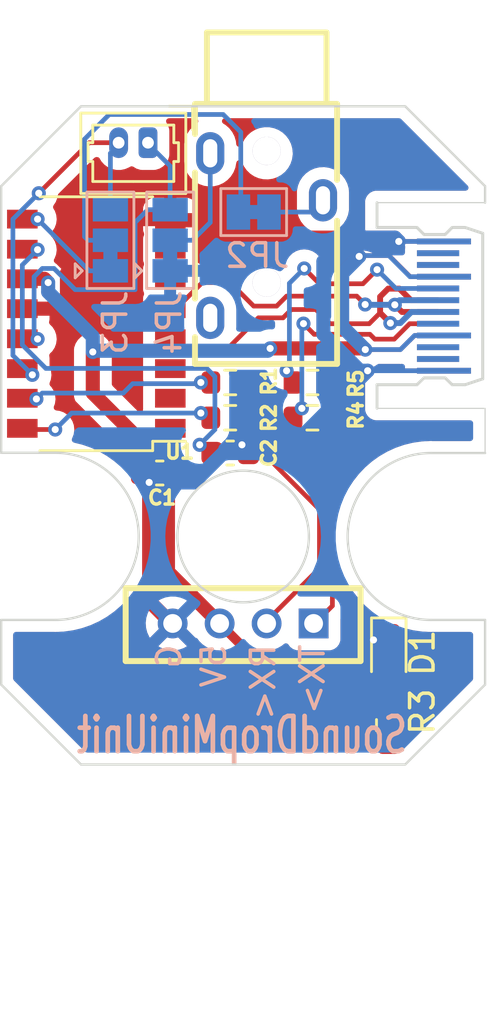
<source format=kicad_pcb>
(kicad_pcb (version 20211014) (generator pcbnew)
  (layers (0 "F.Cu" signal) (31 "B.Cu" signal) (34 "B.Paste" user) (35 "F.Paste" user) (36 "B.SilkS" user "B.Silkscreen") (37 "F.SilkS" user "F.Silkscreen") (38 "B.Mask" user) (39 "F.Mask" user) (44 "Edge.Cuts" user))
  (net 0 "")
  (net 1 "+5V")
  (net 2 "GND")
  (net 3 "Net-(C2-Pad1)")
  (net 4 "Net-(CN1-Pad1)")
  (net 5 "Net-(CN1-Pad2)")
  (net 6 "Net-(CN2-Pad3)")
  (net 8 "Net-(CN2-Pad2)")
  (net 9 "Net-(D1-Pad2)")
  (net 10 "/SPK-")
  (net 11 "/SPK+")
  (net 12 "/DAC")
  (net 13 "Net-(JP2-Pad1)")
  (net 14 "/TX")
  (net 15 "/RX")
  (net 19 "/USBDM")
  (net 20 "/USBDP")
  (net 23 "Net-(CN3-PadA5)")
  (net 24 "Net-(CN3-PadB5)")
  (footprint "akita:CON_GROVE_H" (layer "F.Cu") (at 10.3 22 180)
    (fp_text reference "CN1" hide)
    (fp_text value "CON_GROVE")
    (fp_line (start -5 -1.6) (end 5 -1.6) (layer "F.SilkS") (width 0.254))
    (fp_line (start -5 1.5) (end 5 1.5) (layer "F.SilkS") (width 0.254))
    (fp_line (start -5 -1.6) (end -5 1.5) (layer "F.SilkS") (width 0.254))
    (fp_line (start -5 -1) (end -5 1) (layer "F.SilkS") (width 0.127))
    (fp_line (start 5 1.5) (end 5 -1.6) (layer "F.SilkS") (width 0.254))
    (pad "1" thru_hole rect (at -3 0 180) (size 1.27 1.27) (drill 0.8) (layers *.Cu *.Mask) (net 4 "Net-(CN1-Pad1)"))
    (pad "2" thru_hole circle (at -1 0 180) (size 1.27 1.27) (drill 0.8) (layers *.Cu *.Mask) (net 5 "Net-(CN1-Pad2)"))
    (pad "3" thru_hole circle (at 1 0 180) (size 1.27 1.27) (drill 0.8) (layers *.Cu *.Mask) (net 1 "+5V"))
    (pad "4" thru_hole circle (at 3 0 180) (size 1.27 1.27) (drill 0.8) (layers *.Cu *.Mask) (net 2 "GND"))
  )
  (footprint "Resistor_SMD:R_0603_1608Metric" (layer "F.Cu") (at 13.25 13.25 180)
    (fp_text reference "R4" (at -1.85 0.1 270) (layer "F.SilkS") (effects (font (size 0.6 0.6))))
    (fp_text value "5.1k")
    (fp_line (start -0.237258 0.5225) (end 0.237258 0.5225) (layer "F.SilkS") (width 0.12))
    (fp_line (start -0.237258 -0.5225) (end 0.237258 -0.5225) (layer "F.SilkS") (width 0.12))
    (pad "1" smd roundrect locked (at -0.825 0 180) (size 0.8 0.95) (layers "F.Cu" "F.Paste" "F.Mask") (net 2 "GND"))
    (pad "2" smd roundrect locked (at 0.825 0 180) (size 0.8 0.95) (layers "F.Cu" "F.Paste" "F.Mask") (net 23 "Net-(CN3-PadA5)"))
  )
  (footprint "akita:USB-C_PCBPLUG" (layer "F.Cu") (at 18.6 8.5)
    (fp_text reference "CN3" hide)
    (fp_text value "CON_USB-CPCBPLUG" hide)
    (fp_line (start -2.6 3.345) (end -0.9 3.345) (layer "Edge.Cuts") (width 0.127))
    (fp_line (start -2.6 4.345) (end -2.6 3.345) (layer "Edge.Cuts") (width 0.12))
    (fp_line (start 0.6 -3.345) (end 1.15 -3.345) (layer "Edge.Cuts") (width 0.127))
    (fp_line (start -0.9 3.345) (end -0.6 3.055) (layer "Edge.Cuts") (width 0.127))
    (fp_line (start -2.6 -3.345) (end -0.9 -3.345) (layer "Edge.Cuts") (width 0.127))
    (fp_line (start 1.9 -3.095) (end 1.9 3.095) (layer "Edge.Cuts") (width 0.127))
    (fp_line (start -2.6 -3.4) (end -2.6 -4.4) (layer "Edge.Cuts") (width 0.12))
    (fp_line (start -0.6 -3.045) (end 0.3 -3.045) (layer "Edge.Cuts") (width 0.127))
    (fp_line (start 1.15 -3.345) (end 1.9 -3.095) (layer "Edge.Cuts") (width 0.127))
    (fp_line (start 0.6 3.345) (end 1.15 3.345) (layer "Edge.Cuts") (width 0.127))
    (fp_line (start 0.3 3.055) (end 0.6 3.345) (layer "Edge.Cuts") (width 0.127))
    (fp_line (start 0.3 -3.045) (end 0.6 -3.345) (layer "Edge.Cuts") (width 0.127))
    (fp_line (start 1.9 3.095) (end 1.15 3.345) (layer "Edge.Cuts") (width 0.127))
    (fp_line (start -0.6 3.055) (end 0.3 3.055) (layer "Edge.Cuts") (width 0.127))
    (fp_line (start -0.9 -3.345) (end -0.6 -3.045) (layer "Edge.Cuts") (width 0.127))
    (pad "A1" smd rect (at 0.25 2.75) (size 2.3 0.25) (layers "F.Cu" "F.Paste" "F.Mask") (net 2 "GND"))
    (pad "A2" smd rect (at 0 2.25) (size 1.8 0.25) (layers "F.Cu" "F.Paste" "F.Mask"))
    (pad "A3" smd rect (at 0 1.75) (size 1.8 0.25) (layers "F.Cu" "F.Paste" "F.Mask"))
    (pad "A4" smd rect (at 0.25 1.25) (size 2.3 0.25) (layers "F.Cu" "F.Paste" "F.Mask") (net 1 "+5V"))
    (pad "A5" smd rect (at 0 0.75) (size 1.8 0.25) (layers "F.Cu" "F.Paste" "F.Mask") (net 23 "Net-(CN3-PadA5)"))
    (pad "A6" smd rect (at 0 0.25) (size 1.8 0.25) (layers "F.Cu" "F.Paste" "F.Mask") (net 20 "/USBDP"))
    (pad "A7" smd rect (at 0 -0.25) (size 1.8 0.25) (layers "F.Cu" "F.Paste" "F.Mask") (net 19 "/USBDM"))
    (pad "A8" smd rect (at 0 -0.75) (size 1.8 0.25) (layers "F.Cu" "F.Paste" "F.Mask"))
    (pad "A9" smd rect (at 0.25 -1.25) (size 2.3 0.25) (layers "F.Cu" "F.Paste" "F.Mask") (net 1 "+5V"))
    (pad "A10" smd rect (at 0 -1.75) (size 1.8 0.25) (layers "F.Cu" "F.Paste" "F.Mask"))
    (pad "A11" smd rect (at 0 -2.25) (size 1.8 0.25) (layers "F.Cu" "F.Paste" "F.Mask"))
    (pad "A12" smd rect (at 0.25 -2.75) (size 2.3 0.25) (layers "F.Cu" "F.Paste" "F.Mask") (net 2 "GND"))
    (pad "B1" smd rect (at 0.25 -2.75) (size 2.3 0.25) (layers "B.Cu" "B.Paste" "B.Mask") (net 2 "GND"))
    (pad "B2" smd rect (at 0 -2.25) (size 1.8 0.25) (layers "B.Cu" "B.Paste" "B.Mask"))
    (pad "B3" smd rect (at 0 -1.75) (size 1.8 0.25) (layers "B.Cu" "B.Paste" "B.Mask"))
    (pad "B4" smd rect (at 0.25 -1.25) (size 2.3 0.25) (layers "B.Cu" "B.Paste" "B.Mask") (net 1 "+5V"))
    (pad "B5" smd rect (at 0 -0.75) (size 1.8 0.25) (layers "B.Cu" "B.Paste" "B.Mask") (net 24 "Net-(CN3-PadB5)"))
    (pad "B6" smd rect (at 0 -0.25) (size 1.8 0.25) (layers "B.Cu" "B.Paste" "B.Mask") (net 20 "/USBDP"))
    (pad "B7" smd rect (at 0 0.25) (size 1.8 0.25) (layers "B.Cu" "B.Paste" "B.Mask") (net 19 "/USBDM"))
    (pad "B8" smd rect (at 0 0.75) (size 1.8 0.25) (layers "B.Cu" "B.Paste" "B.Mask"))
    (pad "B9" smd rect (at 0.25 1.25) (size 2.3 0.25) (layers "B.Cu" "B.Paste" "B.Mask") (net 1 "+5V"))
    (pad "B10" smd rect (at 0 1.75) (size 1.8 0.25) (layers "B.Cu" "B.Paste" "B.Mask"))
    (pad "B11" smd rect (at 0 2.25) (size 1.8 0.25) (layers "B.Cu" "B.Paste" "B.Mask"))
    (pad "B12" smd rect (at 0.25 2.75) (size 2.3 0.25) (layers "B.Cu" "B.Paste" "B.Mask") (net 2 "GND"))
  )
  (footprint "Resistor_SMD:R_0603_1608Metric" (layer "F.Cu") (at 13.25 11.75 180)
    (fp_text reference "R5" (at -1.85 -0.05 90) (layer "F.SilkS") (effects (font (size 0.6 0.6))))
    (fp_text value "5.1k")
    (fp_line (start -0.237258 0.5225) (end 0.237258 0.5225) (layer "F.SilkS") (width 0.12))
    (fp_line (start -0.237258 -0.5225) (end 0.237258 -0.5225) (layer "F.SilkS") (width 0.12))
    (pad "1" smd roundrect locked (at -0.825 0 180) (size 0.8 0.95) (layers "F.Cu" "F.Paste" "F.Mask") (net 2 "GND"))
    (pad "2" smd roundrect locked (at 0.825 0 180) (size 0.8 0.95) (layers "F.Cu" "F.Paste" "F.Mask") (net 24 "Net-(CN3-PadB5)"))
  )
  (footprint "Connector_Molex:Molex_PicoBlade_53047-0210_1x02_P1.25mm_Vertical" (layer "F.Cu") (at 6.25 1.55 180)
    (fp_text reference "J2" hide)
    (fp_text value "Conn_01x02")
    (fp_line (start 2.35 -1.65) (end 0.625 -1.65) (layer "F.SilkS") (width 0.12))
    (fp_line (start 2.35 0) (end 2.55 0) (layer "F.SilkS") (width 0.12))
    (fp_line (start 2.35 0.75) (end 2.35 0) (layer "F.SilkS") (width 0.12))
    (fp_line (start 2.86 1.26) (end 2.86 -2.16) (layer "F.SilkS") (width 0.12))
    (fp_line (start -1.1 0) (end -1.3 0) (layer "F.SilkS") (width 0.12))
    (fp_line (start -1.1 -0.8) (end -1.1 -1.65) (layer "F.SilkS") (width 0.12))
    (fp_line (start -1.9 1.55) (end -0.9 1.55) (layer "F.SilkS") (width 0.12))
    (fp_line (start 0.625 0.75) (end -1.1 0.75) (layer "F.SilkS") (width 0.12))
    (fp_line (start -1.61 1.26) (end 2.86 1.26) (layer "F.SilkS") (width 0.12))
    (fp_line (start -1.3 -0.8) (end -1.1 -0.8) (layer "F.SilkS") (width 0.12))
    (fp_line (start -1.1 -1.65) (end 0.625 -1.65) (layer "F.SilkS") (width 0.12))
    (fp_line (start 2.86 -2.16) (end -1.61 -2.16) (layer "F.SilkS") (width 0.12))
    (fp_line (start 2.55 -0.8) (end 2.35 -0.8) (layer "F.SilkS") (width 0.12))
    (fp_line (start 0.625 0.75) (end 2.35 0.75) (layer "F.SilkS") (width 0.12))
    (fp_line (start -1.61 -2.16) (end -1.61 1.26) (layer "F.SilkS") (width 0.12))
    (fp_line (start -1.9 1.55) (end -1.9 0.55) (layer "F.SilkS") (width 0.12))
    (fp_line (start 2.35 -0.8) (end 2.35 -1.65) (layer "F.SilkS") (width 0.12))
    (fp_line (start -1.1 0.75) (end -1.1 0) (layer "F.SilkS") (width 0.12))
    (fp_line (start 2.55 0) (end 2.55 -0.8) (layer "F.SilkS") (width 0.12))
    (fp_line (start -1.3 0) (end -1.3 -0.8) (layer "F.SilkS") (width 0.12))
    (pad "1" thru_hole roundrect locked (at 0 0 180) (size 0.8 1.3) (drill 0.5) (layers *.Cu *.Mask) (net 10 "/SPK-"))
    (pad "2" thru_hole oval locked (at 1.25 0 180) (size 0.8 1.3) (drill 0.5) (layers *.Cu *.Mask) (net 11 "/SPK+"))
  )
  (footprint "Resistor_SMD:R_0603_1608Metric" (layer "F.Cu") (at 9.75 13.25 180)
    (fp_text reference "R2" (at -1.65 0 90) (layer "F.SilkS") (effects (font (size 0.6 0.6))))
    (fp_text value "1k")
    (fp_line (start -0.237258 0.5225) (end 0.237258 0.5225) (layer "F.SilkS") (width 0.12))
    (fp_line (start -0.237258 -0.5225) (end 0.237258 -0.5225) (layer "F.SilkS") (width 0.12))
    (pad "1" smd roundrect locked (at -0.825 0 180) (size 0.8 0.95) (layers "F.Cu" "F.Paste" "F.Mask") (net 5 "Net-(CN1-Pad2)"))
    (pad "2" smd roundrect locked (at 0.825 0 180) (size 0.8 0.95) (layers "F.Cu" "F.Paste" "F.Mask") (net 15 "/RX"))
  )
  (footprint "LED_SMD:LED_0603_1608Metric" (layer "F.Cu") (at 16.5 23.25 -90)
    (fp_text reference "D1" (at 0 -1.43 90) (layer "F.SilkS"))
    (fp_text value "LED")
    (fp_line (start 0.8 -0.735) (end -1.485 -0.735) (layer "F.SilkS") (width 0.12))
    (fp_line (start -1.485 0.735) (end 0.8 0.735) (layer "F.SilkS") (width 0.12))
    (fp_line (start -1.485 -0.735) (end -1.485 0.735) (layer "F.SilkS") (width 0.12))
    (pad "1" smd roundrect locked (at -0.7875 0 270) (size 0.875 0.95) (layers "F.Cu" "F.Paste" "F.Mask") (net 2 "GND"))
    (pad "2" smd roundrect locked (at 0.7875 0 270) (size 0.875 0.95) (layers "F.Cu" "F.Paste" "F.Mask") (net 9 "Net-(D1-Pad2)"))
  )
  (footprint "libLCSC:AUDIO-TH_PJ-3200" (layer "F.Cu") (at 11.3 5.5 -90)
    (fp_text reference "CN2" hide)
    (fp_text value "PJ-3200")
    (fp_line (start -5.6 -3) (end -2.37 -3) (layer "F.SilkS") (width 0.25))
    (fp_line (start -5.6 -2.55) (end -8.64 -2.55) (layer "F.SilkS") (width 0.25))
    (fp_line (start -8.64 2.54) (end -5.6 2.54) (layer "F.SilkS") (width 0.25))
    (fp_line (start 5.46 -3) (end 5.46 3.05) (layer "F.SilkS") (width 0.25))
    (fp_line (start -0.63 -3) (end 5.46 -3) (layer "F.SilkS") (width 0.25))
    (fp_line (start 2.68 3.05) (end -2.68 3.05) (layer "F.SilkS") (width 0.25))
    (fp_line (start -5.6 -3) (end -5.6 3) (layer "F.SilkS") (width 0.25))
    (fp_line (start -4.32 3.05) (end -5.6 3.05) (layer "F.SilkS") (width 0.25))
    (fp_line (start 5.46 3.05) (end 4.32 3.05) (layer "F.SilkS") (width 0.25))
    (fp_line (start -8.64 -2.55) (end -8.64 2.54) (layer "F.SilkS") (width 0.25))
    (pad "" thru_hole circle (at 2 0 270) (size 1.2 1.2) (drill 1.2) (layers *.Cu *.Mask))
    (pad "" thru_hole circle (at -3.6 0 270) (size 1.2 1.2) (drill 1.2) (layers *.Cu *.Mask))
    (pad "2" thru_hole oval (at -1.5 -2.4 270) (size 1.8 1.2) (drill oval 1.199998 0.599999) (layers *.Cu *.Mask) (net 8 "Net-(CN2-Pad2)"))
    (pad "3" thru_hole oval (at -3.5 2.4 270) (size 1.8 1.2) (drill oval 1.199998 0.599999) (layers *.Cu *.Mask) (net 6 "Net-(CN2-Pad3)"))
    (pad "4" thru_hole oval (at 3.5 2.4 270) (size 1.8 1.2) (drill oval 1.199998 0.599999) (layers *.Cu *.Mask))
  )
  (footprint "Capacitor_SMD:C_0603_1608Metric" (layer "F.Cu") (at 6.75 15.6 180)
    (fp_text reference "C1" (at -0.1 -1.05) (layer "F.SilkS") (effects (font (size 0.6 0.6))))
    (fp_text value "0.1u")
    (fp_line (start -0.14058 0.51) (end 0.14058 0.51) (layer "F.SilkS") (width 0.12))
    (fp_line (start -0.14058 -0.51) (end 0.14058 -0.51) (layer "F.SilkS") (width 0.12))
    (pad "1" smd roundrect locked (at -0.775 0 180) (size 0.9 0.95) (layers "F.Cu" "F.Paste" "F.Mask") (net 1 "+5V"))
    (pad "2" smd roundrect locked (at 0.775 0 180) (size 0.9 0.95) (layers "F.Cu" "F.Paste" "F.Mask") (net 2 "GND"))
  )
  (footprint "Capacitor_SMD:C_0603_1608Metric" (layer "F.Cu") (at 9.75 14.75)
    (fp_text reference "C2" (at 1.65 0 90) (layer "F.SilkS") (effects (font (size 0.6 0.6))))
    (fp_text value "0.1u")
    (fp_line (start -0.14058 0.51) (end 0.14058 0.51) (layer "F.SilkS") (width 0.12))
    (fp_line (start -0.14058 -0.51) (end 0.14058 -0.51) (layer "F.SilkS") (width 0.12))
    (pad "1" smd roundrect locked (at -0.775 0) (size 0.9 0.95) (layers "F.Cu" "F.Paste" "F.Mask") (net 3 "Net-(C2-Pad1)"))
    (pad "2" smd roundrect locked (at 0.775 0) (size 0.9 0.95) (layers "F.Cu" "F.Paste" "F.Mask") (net 2 "GND"))
  )
  (footprint "Resistor_SMD:R_0603_1608Metric" (layer "F.Cu") (at 16.5 26.325 -90)
    (fp_text reference "R3" (at -0.575 -1.43 90) (layer "F.SilkS"))
    (fp_text value "1k")
    (fp_line (start -0.237258 -0.5225) (end 0.237258 -0.5225) (layer "F.SilkS") (width 0.12))
    (fp_line (start -0.237258 0.5225) (end 0.237258 0.5225) (layer "F.SilkS") (width 0.12))
    (pad "1" smd roundrect locked (at -0.825 0 270) (size 0.8 0.95) (layers "F.Cu" "F.Paste" "F.Mask") (net 9 "Net-(D1-Pad2)"))
    (pad "2" smd roundrect locked (at 0.825 0 270) (size 0.8 0.95) (layers "F.Cu" "F.Paste" "F.Mask") (net 1 "+5V"))
  )
  (footprint "Resistor_SMD:R_0603_1608Metric" (layer "F.Cu") (at 9.75 11.75 180)
    (fp_text reference "R1" (at -1.65 0.05 90) (layer "F.SilkS") (effects (font (size 0.6 0.6))))
    (fp_text value "1k")
    (fp_line (start -0.237258 -0.5225) (end 0.237258 -0.5225) (layer "F.SilkS") (width 0.12))
    (fp_line (start -0.237258 0.5225) (end 0.237258 0.5225) (layer "F.SilkS") (width 0.12))
    (pad "1" smd roundrect locked (at -0.825 0 180) (size 0.8 0.95) (layers "F.Cu" "F.Paste" "F.Mask") (net 4 "Net-(CN1-Pad1)"))
    (pad "2" smd roundrect locked (at 0.825 0 180) (size 0.8 0.95) (layers "F.Cu" "F.Paste" "F.Mask") (net 14 "/TX"))
  )
  (footprint "Package_SO:SOP-16_4.4x10.4mm_P1.27mm" (layer "F.Cu") (at 4.05 9.25 180)
    (fp_text reference "U1" (at -3.55 -5.45) (layer "F.SilkS") (effects (font (size 0.6 0.6))))
    (fp_text value "CH7800")
    (fp_line (start -2.4 -5) (end -3.8 -5) (layer "F.SilkS") (width 0.12))
    (fp_line (start -2.4 5.4) (end 2.4 5.4) (layer "F.SilkS") (width 0.12))
    (fp_line (start -2.4 -5.4) (end -2.4 -5) (layer "F.SilkS") (width 0.12))
    (fp_line (start -2.4 -5.4) (end 2.4 -5.4) (layer "F.SilkS") (width 0.12))
    (pad "1" smd rect locked (at -3.15 -4.45 180) (size 1.3 0.8) (layers "F.Cu" "F.Paste" "F.Mask"))
    (pad "2" smd rect locked (at -3.15 -3.17 180) (size 1.3 0.8) (layers "F.Cu" "F.Paste" "F.Mask"))
    (pad "3" smd rect locked (at -3.15 -1.91 180) (size 1.3 0.8) (layers "F.Cu" "F.Paste" "F.Mask"))
    (pad "4" smd rect locked (at -3.15 -0.64 180) (size 1.3 0.8) (layers "F.Cu" "F.Paste" "F.Mask") (net 19 "/USBDM"))
    (pad "5" smd rect locked (at -3.15 0.64 180) (size 1.3 0.8) (layers "F.Cu" "F.Paste" "F.Mask") (net 20 "/USBDP"))
    (pad "6" smd rect locked (at -3.15 1.91 180) (size 1.3 0.8) (layers "F.Cu" "F.Paste" "F.Mask"))
    (pad "7" smd rect locked (at -3.15 3.17 180) (size 1.3 0.8) (layers "F.Cu" "F.Paste" "F.Mask"))
    (pad "8" smd rect locked (at -3.15 4.45 180) (size 1.3 0.8) (layers "F.Cu" "F.Paste" "F.Mask") (net 2 "GND"))
    (pad "9" smd rect locked (at 3.15 4.45 180) (size 1.3 0.8) (layers "F.Cu" "F.Paste" "F.Mask") (net 12 "/DAC"))
    (pad "10" smd rect locked (at 3.15 3.17 180) (size 1.3 0.8) (layers "F.Cu" "F.Paste" "F.Mask") (net 3 "Net-(C2-Pad1)"))
    (pad "11" smd rect locked (at 3.15 1.91 180) (size 1.3 0.8) (layers "F.Cu" "F.Paste" "F.Mask") (net 1 "+5V"))
    (pad "12" smd rect locked (at 3.15 0.64 180) (size 1.3 0.8) (layers "F.Cu" "F.Paste" "F.Mask") (net 2 "GND"))
    (pad "13" smd rect locked (at 3.15 -0.64 180) (size 1.3 0.8) (layers "F.Cu" "F.Paste" "F.Mask") (net 10 "/SPK-"))
    (pad "14" smd rect locked (at 3.15 -1.91 180) (size 1.3 0.8) (layers "F.Cu" "F.Paste" "F.Mask") (net 11 "/SPK+"))
    (pad "15" smd rect locked (at 3.15 -3.17 180) (size 1.3 0.8) (layers "F.Cu" "F.Paste" "F.Mask") (net 14 "/TX"))
    (pad "16" smd rect locked (at 3.15 -4.45 180) (size 1.3 0.8) (layers "F.Cu" "F.Paste" "F.Mask") (net 15 "/RX"))
  )
  (footprint "Jumper:SolderJumper-3_P1.3mm_Bridged12_Pad1.0x1.5mm" (layer "B.Cu") (at 4.65 5.7 90)
    (fp_text reference "JP3" (at -3.5 0.2 270) (layer "B.SilkS") (effects (justify mirror)))
    (fp_text value "SolderJumper_3_Bridged12")
    (fp_poly (pts (xy -0.9 0.3) (xy -0.4 0.3) (xy -0.4 -0.3) (xy -0.9 -0.3)) (layer "B.Cu") (width 0) (fill solid))
    (fp_line (start -2.05 -1) (end -2.05 1) (layer "B.SilkS") (width 0.12))
    (fp_line (start -2.05 1) (end 2.05 1) (layer "B.SilkS") (width 0.12))
    (fp_line (start -1.6 -1.5) (end -1 -1.5) (layer "B.SilkS") (width 0.12))
    (fp_line (start 2.05 -1) (end -2.05 -1) (layer "B.SilkS") (width 0.12))
    (fp_line (start 2.05 1) (end 2.05 -1) (layer "B.SilkS") (width 0.12))
    (fp_line (start -1.3 -1.2) (end -1 -1.5) (layer "B.SilkS") (width 0.12))
    (fp_line (start -1.3 -1.2) (end -1.6 -1.5) (layer "B.SilkS") (width 0.12))
    (pad "1" smd rect locked (at -1.3 0 90) (size 1 1.5) (layers "B.Cu" "B.Mask") (net 12 "/DAC"))
    (pad "2" smd rect locked (at 0 0 90) (size 1 1.5) (layers "B.Cu" "B.Mask") (net 13 "Net-(JP2-Pad1)"))
    (pad "3" smd rect locked (at 1.3 0 90) (size 1 1.5) (layers "B.Cu" "B.Mask") (net 11 "/SPK+"))
  )
  (footprint "Jumper:SolderJumper-2_P1.3mm_Bridged_Pad1.0x1.5mm" (layer "B.Cu") (at 10.75 4.5)
    (fp_text reference "JP2" (at 0.15 1.85) (layer "B.SilkS") (effects (justify mirror)))
    (fp_text value "Jumper_2_Bridged")
    (fp_poly (pts (xy -0.25 0.3) (xy 0.25 0.3) (xy 0.25 -0.3) (xy -0.25 -0.3)) (layer "B.Cu") (width 0) (fill solid))
    (fp_line (start -1.4 -1) (end -1.4 1) (layer "B.SilkS") (width 0.12))
    (fp_line (start 1.4 1) (end 1.4 -1) (layer "B.SilkS") (width 0.12))
    (fp_line (start -1.4 1) (end 1.4 1) (layer "B.SilkS") (width 0.12))
    (fp_line (start 1.4 -1) (end -1.4 -1) (layer "B.SilkS") (width 0.12))
    (pad "1" smd rect locked (at -0.65 0) (size 1 1.5) (layers "B.Cu" "B.Mask") (net 13 "Net-(JP2-Pad1)"))
    (pad "2" smd rect locked (at 0.65 0) (size 1 1.5) (layers "B.Cu" "B.Mask") (net 8 "Net-(CN2-Pad2)"))
  )
  (footprint "Jumper:SolderJumper-3_P1.3mm_Bridged12_Pad1.0x1.5mm" (layer "B.Cu") (at 7.1925 5.7 90)
    (fp_text reference "JP4" (at -3.5 -0.0425 270) (layer "B.SilkS") (effects (justify mirror)))
    (fp_text value "SolderJumper_3_Bridged12")
    (fp_poly (pts (xy -0.9 0.3) (xy -0.4 0.3) (xy -0.4 -0.3) (xy -0.9 -0.3)) (layer "B.Cu") (width 0) (fill solid))
    (fp_line (start 2.05 -1) (end -2.05 -1) (layer "B.SilkS") (width 0.12))
    (fp_line (start -1.3 -1.2) (end -1 -1.5) (layer "B.SilkS") (width 0.12))
    (fp_line (start -2.05 1) (end 2.05 1) (layer "B.SilkS") (width 0.12))
    (fp_line (start -1.3 -1.2) (end -1.6 -1.5) (layer "B.SilkS") (width 0.12))
    (fp_line (start 2.05 1) (end 2.05 -1) (layer "B.SilkS") (width 0.12))
    (fp_line (start -1.6 -1.5) (end -1 -1.5) (layer "B.SilkS") (width 0.12))
    (fp_line (start -2.05 -1) (end -2.05 1) (layer "B.SilkS") (width 0.12))
    (pad "1" smd rect locked (at -1.3 0 90) (size 1 1.5) (layers "B.Cu" "B.Mask") (net 2 "GND"))
    (pad "2" smd rect locked (at 0 0 90) (size 1 1.5) (layers "B.Cu" "B.Mask") (net 6 "Net-(CN2-Pad3)"))
    (pad "3" smd rect locked (at 1.3 0 90) (size 1 1.5) (layers "B.Cu" "B.Mask") (net 10 "/SPK-"))
  )
  (gr_line (start 0 24.6) (end 0 21.85) (layer "Edge.Cuts") (width 0.1))
  (gr_line (start 0 14.74) (end 2.3 14.74) (layer "Edge.Cuts") (width 0.1))
  (gr_line (start 20.6 21.85) (end 20.6 24.6) (layer "Edge.Cuts") (width 0.1))
  (gr_line (start 3.4 0) (end 17.2 0) (layer "Edge.Cuts") (width 0.1))
  (gr_line (start 0 3.4) (end 3.4 0) (layer "Edge.Cuts") (width 0.1))
  (gr_line (start 16 4.1) (end 20.6 4.1) (layer "Edge.Cuts") (width 0.05))
  (gr_line (start 0 14.74) (end 0 3.4) (layer "Edge.Cuts") (width 0.1))
  (gr_line (start 0 24.6) (end 3.4 28) (layer "Edge.Cuts") (width 0.1))
  (gr_line (start 3.4 28) (end 17.2 28) (layer "Edge.Cuts") (width 0.1))
  (gr_line (start 20.6 3.4) (end 17.2 0) (layer "Edge.Cuts") (width 0.1))
  (gr_arc (start 2.3 14.74) (mid 5.855 18.295) (end 2.3 21.85) (layer "Edge.Cuts") (width 0.1))
  (gr_line (start 0 21.85) (end 2.3 21.85) (layer "Edge.Cuts") (width 0.1))
  (gr_circle (center 10.3 18.3) (end 13.1 18.3) (layer "Edge.Cuts") (width 0.1) (fill none))
  (gr_line (start 18.3 21.85) (end 20.6 21.85) (layer "Edge.Cuts") (width 0.1))
  (gr_line (start 18.3 14.75) (end 20.6 14.75) (layer "Edge.Cuts") (width 0.1))
  (gr_line (start 20.6 4.1) (end 20.6 3.4) (layer "Edge.Cuts") (width 0.1))
  (gr_line (start 17.2 28) (end 20.6 24.6) (layer "Edge.Cuts") (width 0.1))
  (gr_arc (start 18.3 21.85) (mid 14.75 18.3) (end 18.3 14.75) (layer "Edge.Cuts") (width 0.1))
  (gr_line (start 16 12.85) (end 20.6 12.85) (layer "Edge.Cuts") (width 0.05))
  (gr_line (start 20.6 12.85) (end 20.6 14.75) (layer "Edge.Cuts") (width 0.05))
  (gr_text "5V" (at 9.05 22.8 90) (layer "B.SilkS") (effects (font (size 1 1)) (justify left mirror)))
  (gr_text "G" (at 7.15 22.8 90) (layer "B.SilkS") (effects (font (size 1 1)) (justify left mirror)))
  (gr_text "RX<" (at 11.15 22.8 90) (layer "B.SilkS") (effects (font (size 1 1)) (justify left mirror)))
  (gr_text "SoundDropMiniUnit" (at 10.25 26.75) (layer "B.SilkS") (effects (font (size 1.5 1) (thickness 0.2)) (justify mirror)))
  (gr_text "TX>" (at 13.25 22.8 90) (layer "B.SilkS") (effects (font (size 1 1)) (justify left mirror)))
  (segment (start 15.45 10.3) (end 11.45 10.3) (width 0.6) (layer "F.Cu") (net 1))
  (segment (start 3.9 12.2) (end 6.299511 14.599511) (width 0.6) (layer "F.Cu") (net 1))
  (segment (start 9.3 22) (end 7.09952 19.79952) (width 0.6) (layer "F.Cu") (net 1))
  (segment (start 3.9 10.45) (end 3.9 12.2) (width 0.6) (layer "F.Cu") (net 1))
  (segment (start 17.41 7.25) (end 18.85 7.25) (width 0.2) (layer "F.Cu") (net 1))
  (segment (start 7.525 15.5) (end 7.474626 15.5) (width 0.6) (layer "F.Cu") (net 1))
  (segment (start 14.45 27.15) (end 9.3 22) (width 0.4) (layer "F.Cu") (net 1))
  (segment (start 15.5 10.35) (end 15.45 10.3) (width 0.6) (layer "F.Cu") (net 1))
  (segment (start 6.299511 14.599511) (end 6.524511 14.599511) (width 0.6) (layer "F.Cu") (net 1))
  (segment (start 1.84 7.34) (end 0.9 7.34) (width 0.6) (layer "F.Cu") (net 1))
  (segment (start 6.524511 14.599511) (end 7.525 15.6) (width 0.6) (layer "F.Cu") (net 1))
  (segment (start 15.5 10.35) (end 16.997338 10.35) (width 0.2) (layer "F.Cu") (net 1))
  (segment (start 2 7.5) (end 1.84 7.34) (width 0.6) (layer "F.Cu") (net 1))
  (segment (start 17.4 9.95) (end 17.6 9.75) (width 0.2) (layer "F.Cu") (net 1))
  (segment (start 7.09952 19.79952) (end 7.09952 15.90048) (width 0.6) (layer "F.Cu") (net 1))
  (segment (start 17.6 9.75) (end 18.85 9.75) (width 0.2) (layer "F.Cu") (net 1))
  (segment (start 7.09952 15.90048) (end 7.5 15.5) (width 0.6) (layer "F.Cu") (net 1))
  (segment (start 16.51 6.35) (end 17.41 7.25) (width 0.2) (layer "F.Cu") (net 1))
  (segment (start 16.997338 10.35) (end 17.398669 9.948669) (width 0.2) (layer "F.Cu") (net 1))
  (segment (start 15.24 6.3875) (end 15.2775 6.35) (width 0.2) (layer "F.Cu") (net 1))
  (segment (start 17.398669 9.948669) (end 17.4 9.95) (width 0.2) (layer "F.Cu") (net 1))
  (segment (start 15.2775 6.35) (end 16.51 6.35) (width 0.2) (layer "F.Cu") (net 1))
  (segment (start 16.5 27.15) (end 14.45 27.15) (width 0.4) (layer "F.Cu") (net 1))
  (segment (start 7.525 15.55) (end 7.474626 15.55) (width 0.6) (layer "F.Cu") (net 1))
  (segment (start 7.525 15.5) (end 7.5 15.5) (width 0.6) (layer "F.Cu") (net 1))
  (via (at 3.9 10.45) (size 0.6) (drill 0.3) (layers "F.Cu" "B.Cu") (net 1))
  (via (at 15.24 6.3875) (size 0.6) (drill 0.3) (layers "F.Cu" "B.Cu") (net 1))
  (via (at 15.5 10.35) (size 0.6) (drill 0.3) (layers "F.Cu" "B.Cu") (net 1))
  (via (at 11.45 10.3) (size 0.6) (drill 0.3) (layers "F.Cu" "B.Cu") (net 1))
  (via (at 2 7.5) (size 0.6) (drill 0.3) (layers "F.Cu" "B.Cu") (net 1))
  (segment (start 11.35048 10.39952) (end 11.45 10.3) (width 0.6) (layer "B.Cu") (net 1))
  (segment (start 16.997338 10.35) (end 17.597338 9.75) (width 0.2) (layer "B.Cu") (net 1))
  (segment (start 2 7.9) (end 3.9 9.8) (width 0.6) (layer "B.Cu") (net 1))
  (segment (start 15.24 6.3875) (end 14.516 7.1115) (width 0.6) (layer "B.Cu") (net 1))
  (segment (start 17.597338 9.75) (end 18.85 9.75) (width 0.2) (layer "B.Cu") (net 1))
  (segment (start 14.516 9.366) (end 15.5 10.35) (width 0.6) (layer "B.Cu") (net 1))
  (segment (start 15.5 10.35) (end 16.997338 10.35) (width 0.2) (layer "B.Cu") (net 1))
  (segment (start 17.401918 7.25) (end 18.85 7.25) (width 0.2) (layer "B.Cu") (net 1))
  (segment (start 15.2775 6.35) (end 16.501918 6.35) (width 0.2) (layer "B.Cu") (net 1))
  (segment (start 14.516 7.1115) (end 14.516 9.366) (width 0.6) (layer "B.Cu") (net 1))
  (segment (start 3.9 10.45) (end 3.95048 10.39952) (width 0.6) (layer "B.Cu") (net 1))
  (segment (start 2 7.5) (end 2 7.9) (width 0.6) (layer "B.Cu") (net 1))
  (segment (start 16.501918 6.35) (end 17.401918 7.25) (width 0.2) (layer "B.Cu") (net 1))
  (segment (start 3.9 9.8) (end 3.9 10.45) (width 0.6) (layer "B.Cu") (net 1))
  (segment (start 3.95048 10.39952) (end 11.35048 10.39952) (width 0.6) (layer "B.Cu") (net 1))
  (segment (start 15.24 6.3875) (end 15.2775 6.35) (width 0.2) (layer "B.Cu") (net 1))
  (segment (start 16.764 5.588) (end 11.238 5.588) (width 0.6) (layer "F.Cu") (net 2))
  (segment (start 6.05 15.55) (end 5.75 15.55) (width 0.6) (layer "F.Cu") (net 2))
  (segment (start 2.8 8.6) (end 2.8 7.1) (width 0.6) (layer "F.Cu") (net 2))
  (segment (start 14.5 11.25) (end 14.05 11.7) (width 0.2) (layer "F.Cu") (net 2))
  (segment (start 6.3 21.05) (end 7.25 22) (width 0.6) (layer "F.Cu") (net 2))
  (segment (start 14.075 11.625) (end 14.1 11.6) (width 0.2) (layer "F.Cu") (net 2))
  (segment (start 0.9 8.61) (end 2.79 8.61) (width 0.6) (layer "F.Cu") (net 2))
  (segment (start 16.926 5.75) (end 16.764 5.588) (width 0.6) (layer "F.Cu") (net 2))
  (segment (start 6.3 16) (end 6.3 21.05) (width 0.6) (layer "F.Cu") (net 2))
  (segment (start 16.5 22.4625) (end 16.0875 22.4625) (width 0.4) (layer "F.Cu") (net 2))
  (segment (start 2.8 7.1) (end 5.1 4.8) (width 0.6) (layer "F.Cu") (net 2))
  (segment (start 10.525 14.75) (end 10.525 14.675) (width 0.2) (layer "F.Cu") (net 2))
  (segment (start 5.1 4.8) (end 7.1 4.8) (width 0.6) (layer "F.Cu") (net 2))
  (segment (start 10.525 14.675) (end 10.25 14.4) (width 0.2) (layer "F.Cu") (net 2))
  (segment (start 16.926 5.75) (end 18.85 5.75) (width 0.2) (layer "F.Cu") (net 2))
  (segment (start 5.975 15.5) (end 5.975 15.675) (width 0.6) (layer "F.Cu") (net 2))
  (segment (start 16.0875 22.4625) (end 15.85 22.7) (width 0.4) (layer "F.Cu") (net 2))
  (segment (start 2.79 8.61) (end 2.8 8.6) (width 0.6) (layer "F.Cu") (net 2))
  (segment (start 14.075 13.25) (end 14.075 11.625) (width 0.2) (layer "F.Cu") (net 2))
  (segment (start 2.8 12.6) (end 2.8 8.6) (width 0.6) (layer "F.Cu") (net 2))
  (segment (start 5.975 15.675) (end 6.3 16) (width 0.6) (layer "F.Cu") (net 2))
  (segment (start 10.5 4.85) (end 7.1 4.85) (width 0.6) (layer "F.Cu") (net 2))
  (segment (start 15.6 11.25) (end 18.85 11.25) (width 0.2) (layer "F.Cu") (net 2))
  (segment (start 11.238 5.588) (end 10.5 4.85) (width 0.6) (layer "F.Cu") (net 2))
  (segment (start 15.6 11.25) (end 14.5 11.25) (width 0.2) (layer "F.Cu") (net 2))
  (segment (start 5.75 15.55) (end 2.8 12.6) (width 0.6) (layer "F.Cu") (net 2))
  (via (at 10.25 14.4) (size 0.6) (drill 0.3) (layers "F.Cu" "B.Cu") (net 2))
  (via (at 15.85 22.7) (size 0.6) (drill 0.3) (layers "F.Cu" "B.Cu") (net 2))
  (via (at 16.926 5.75) (size 0.6) (drill 0.3) (layers "F.Cu" "B.Cu") (net 2))
  (via (at 15.6 11.25) (size 0.6) (drill 0.3) (layers "F.Cu" "B.Cu") (net 2))
  (via (at 6.3 16) (size 0.6) (drill 0.3) (layers "F.Cu" "B.Cu") (net 2))
  (segment (start 8.202469 16) (end 6.3 16) (width 0.6) (layer "B.Cu") (net 2))
  (segment (start 9.452469 14.75) (end 8.202469 16) (width 0.6) (layer "B.Cu") (net 2))
  (segment (start 16.764 5.588) (end 14.732 5.588) (width 0.6) (layer "B.Cu") (net 2))
  (segment (start 12.1 14.75) (end 9.452469 14.75) (width 0.6) (layer "B.Cu") (net 2))
  (segment (start 15.85 22.7) (end 14.6 23.95) (width 0.4) (layer "B.Cu") (net 2))
  (segment (start 13.716 9.696692) (end 15.269308 11.25) (width 0.6) (layer "B.Cu") (net 2))
  (segment (start 16.926 5.75) (end 16.764 5.588) (width 0.6) (layer "B.Cu") (net 2))
  (segment (start 14.732 5.588) (end 13.716 6.604) (width 0.6) (layer "B.Cu") (net 2))
  (segment (start 13.716 6.604) (end 13.716 9.696692) (width 0.6) (layer "B.Cu") (net 2))
  (segment (start 14.25 23.75) (end 8.9 23.75) (width 0.4) (layer "B.Cu") (net 2))
  (segment (start 15.6 11.25) (end 12.1 14.75) (width 0.6) (layer "B.Cu") (net 2))
  (segment (start 15.6 11.25) (end 15.60048 11.24952) (width 0.6) (layer "B.Cu") (net 2))
  (segment (start 16.926 5.75) (end 18.85 5.75) (width 0.2) (layer "B.Cu") (net 2))
  (segment (start 15.6 11.25) (end 18.85 11.25) (width 0.2) (layer "B.Cu") (net 2))
  (segment (start 15.269308 11.25) (end 15.6 11.25) (width 0.6) (layer "B.Cu") (net 2))
  (segment (start 9.25 23.95) (end 7.3 22) (width 0.4) (layer "B.Cu") (net 2))
  (segment (start 8.8 14.75) (end 8.975 14.75) (width 0.2) (layer "F.Cu") (net 3))
  (segment (start 8.45 14.4) (end 8.8 14.75) (width 0.2) (layer "F.Cu") (net 3))
  (via (at 8.45 14.4) (size 0.6) (drill 0.3) (layers "F.Cu" "B.Cu") (net 3))
  (via (at 1.55 6.1) (size 0.6) (drill 0.3) (layers "F.Cu" "B.Cu") (net 3))
  (segment (start 9.099511 11.499511) (end 9.099511 13.750489) (width 0.2) (layer "B.Cu") (net 3))
  (segment (start 1.900489 11.150489) (end 8.750489 11.150489) (width 0.2) (layer "B.Cu") (net 3))
  (segment (start 0.9 6.75) (end 0.9 10.15) (width 0.2) (layer "B.Cu") (net 3))
  (segment (start 1.55 6.1) (end 0.9 6.75) (width 0.2) (layer "B.Cu") (net 3))
  (segment (start 0.9 10.15) (end 1.900489 11.150489) (width 0.2) (layer "B.Cu") (net 3))
  (segment (start 8.750489 11.150489) (end 9.099511 11.499511) (width 0.2) (layer "B.Cu") (net 3))
  (segment (start 9.099511 13.750489) (end 8.45 14.4) (width 0.2) (layer "B.Cu") (net 3))
  (segment (start 11.65 12.6) (end 11.65 13.759994) (width 0.2) (layer "F.Cu") (net 4))
  (segment (start 13.3 22) (end 13.75 21.55) (width 0.2) (layer "F.Cu") (net 4))
  (segment (start 14.1 16.209994) (end 14.1 21.25) (width 0.2) (layer "F.Cu") (net 4))
  (segment (start 10.575 11.75) (end 10.8 11.75) (width 0.2) (layer "F.Cu") (net 4))
  (segment (start 11.65 13.759994) (end 14.1 16.209994) (width 0.2) (layer "F.Cu") (net 4))
  (segment (start 10.8 11.75) (end 11.65 12.6) (width 0.2) (layer "F.Cu") (net 4))
  (segment (start 14.1 21.25) (end 13.25 22.1) (width 0.2) (layer "F.Cu") (net 4))
  (segment (start 11.4 14.075) (end 11.4 15) (width 0.2) (layer "F.Cu") (net 5))
  (segment (start 13.55 17.15) (end 13.55 19.65) (width 0.2) (layer "F.Cu") (net 5))
  (segment (start 13.55 19.65) (end 11.25 21.95) (width 0.2) (layer "F.Cu") (net 5))
  (segment (start 11.4 15) (end 13.55 17.15) (width 0.2) (layer "F.Cu") (net 5))
  (segment (start 10.575 13.25) (end 11.4 14.075) (width 0.2) (layer "F.Cu") (net 5))
  (segment (start 8.9 4.9425) (end 8.9 1.85) (width 0.2) (layer "B.Cu") (net 6))
  (segment (start 7.1925 5.7) (end 8.1425 5.7) (width 0.2) (layer "B.Cu") (net 6))
  (segment (start 8.1425 5.7) (end 8.9 4.9425) (width 0.2) (layer "B.Cu") (net 6))
  (segment (start 13.15 4.5) (end 13.7 3.95) (width 0.2) (layer "B.Cu") (net 8))
  (segment (start 11.4 4.5) (end 13.15 4.5) (width 0.2) (layer "B.Cu") (net 8))
  (segment (start 16.5 24.0375) (end 16.5 25.35) (width 0.4) (layer "F.Cu") (net 9))
  (via (at 1.55 9.9) (size 0.6) (drill 0.3) (layers "F.Cu" "B.Cu") (net 10))
  (segment (start 1.40048 7.251671) (end 1.40048 9.75048) (width 0.2) (layer "B.Cu") (net 10))
  (segment (start 1.752151 6.9) (end 1.40048 7.251671) (width 0.2) (layer "B.Cu") (net 10))
  (segment (start 7.1925 4.4) (end 6.2425 4.4) (width 0.2) (layer "B.Cu") (net 10))
  (segment (start 7.1925 4.4) (end 7.1925 2.5425) (width 0.2) (layer "B.Cu") (net 10))
  (segment (start 5.699511 4.942989) (end 5.699511 7.799511) (width 0.2) (layer "B.Cu") (net 10))
  (segment (start 5.699022 7.8) (end 3.15 7.8) (width 0.2) (layer "B.Cu") (net 10))
  (segment (start 1.40048 9.75048) (end 1.55 9.9) (width 0.2) (layer "B.Cu") (net 10))
  (segment (start 2.25 6.9) (end 1.752151 6.9) (width 0.2) (layer "B.Cu") (net 10))
  (segment (start 6.2425 4.4) (end 5.699511 4.942989) (width 0.2) (layer "B.Cu") (net 10))
  (segment (start 3.15 7.8) (end 2.25 6.9) (width 0.2) (layer "B.Cu") (net 10))
  (segment (start 7.1925 2.5425) (end 6.25 1.6) (width 0.2) (layer "B.Cu") (net 10))
  (segment (start 5.699511 7.799511) (end 5.699022 7.8) (width 0.2) (layer "B.Cu") (net 10))
  (segment (start 3.75 1.55) (end 1.6 3.7) (width 0.2) (layer "F.Cu") (net 11))
  (segment (start 0.9 11.16) (end 1.062178 11.16) (width 0.2) (layer "F.Cu") (net 11))
  (segment (start 5 1.55) (end 3.75 1.55) (width 0.2) (layer "F.Cu") (net 11))
  (segment (start 1.062178 11.16) (end 1.326089 11.423911) (width 0.2) (layer "F.Cu") (net 11))
  (via (at 1.6 3.7) (size 0.6) (drill 0.3) (layers "F.Cu" "B.Cu") (net 11))
  (via (at 1.326089 11.423911) (size 0.6) (drill 0.3) (layers "F.Cu" "B.Cu") (net 11))
  (segment (start 0.5 10.597822) (end 0.5 4.8) (width 0.2) (layer "B.Cu") (net 11))
  (segment (start 4.65 4.4) (end 4.65 2) (width 0.2) (layer "B.Cu") (net 11))
  (segment (start 1.326089 11.423911) (end 0.5 10.597822) (width 0.2) (layer "B.Cu") (net 11))
  (segment (start 0.5 4.8) (end 1.6 3.7) (width 0.2) (layer "B.Cu") (net 11))
  (segment (start 4.65 2) (end 5 1.65) (width 0.2) (layer "B.Cu") (net 11))
  (segment (start 1.55 4.8) (end 0.95 4.8) (width 0.2) (layer "F.Cu") (net 12))
  (segment (start 0.95 4.8) (end 0.9 4.85) (width 0.2) (layer "F.Cu") (net 12))
  (via (at 1.55 4.8) (size 0.6) (drill 0.3) (layers "F.Cu" "B.Cu") (net 12))
  (segment (start 3.75 7) (end 1.55 4.8) (width 0.2) (layer "B.Cu") (net 12))
  (segment (start 3.85 7) (end 3.75 7) (width 0.2) (layer "B.Cu") (net 12))
  (segment (start 4.65 7) (end 3.85 7) (width 0.2) (layer "B.Cu") (net 12))
  (segment (start 9.45 0.35) (end 10.2 1.1) (width 0.2) (layer "B.Cu") (net 13))
  (segment (start 4.6 0.35) (end 9.45 0.35) (width 0.2) (layer "B.Cu") (net 13))
  (segment (start 3.7 5.7) (end 3.55 5.55) (width 0.2) (layer "B.Cu") (net 13))
  (segment (start 3.55 5.55) (end 3.55 1.4) (width 0.2) (layer "B.Cu") (net 13))
  (segment (start 10.2 1.1) (end 10.2 4.6) (width 0.2) (layer "B.Cu") (net 13))
  (segment (start 4.65 5.7) (end 3.7 5.7) (width 0.2) (layer "B.Cu") (net 13))
  (segment (start 3.55 1.4) (end 4.6 0.35) (width 0.2) (layer "B.Cu") (net 13))
  (segment (start 1.5 12.45) (end 1.47 12.42) (width 0.2) (layer "F.Cu") (net 14))
  (segment (start 8.5 11.75) (end 8.925 11.75) (width 0.2) (layer "F.Cu") (net 14))
  (segment (start 1.47 12.42) (end 0.9 12.42) (width 0.2) (layer "F.Cu") (net 14))
  (via (at 1.5 12.45) (size 0.6) (drill 0.3) (layers "F.Cu" "B.Cu") (net 14))
  (via (at 8.5 11.75) (size 0.6) (drill 0.3) (layers "F.Cu" "B.Cu") (net 14))
  (segment (start 8.45 11.8) (end 8.5 11.75) (width 0.2) (layer "B.Cu") (net 14))
  (segment (start 1.75 12.2) (end 5.2 12.2) (width 0.2) (layer "B.Cu") (net 14))
  (segment (start 5.2 12.2) (end 5.6 11.8) (width 0.2) (layer "B.Cu") (net 14))
  (segment (start 1.5 12.45) (end 1.75 12.2) (width 0.2) (layer "B.Cu") (net 14))
  (segment (start 5.6 11.8) (end 8.45 11.8) (width 0.2) (layer "B.Cu") (net 14))
  (segment (start 8.7 13.25) (end 8.5 13.05) (width 0.2) (layer "F.Cu") (net 15))
  (segment (start 2.3 13.75) (end 0.9 13.75) (width 0.2) (layer "F.Cu") (net 15))
  (segment (start 8.925 13.25) (end 8.7 13.25) (width 0.2) (layer "F.Cu") (net 15))
  (via (at 8.5 13.05) (size 0.6) (drill 0.3) (layers "F.Cu" "B.Cu") (net 15))
  (via (at 2.3 13.75) (size 0.6) (drill 0.3) (layers "F.Cu" "B.Cu") (net 15))
  (segment (start 3 13.05) (end 2.3 13.75) (width 0.2) (layer "B.Cu") (net 15))
  (segment (start 8.5 13.05) (end 3 13.05) (width 0.2) (layer "B.Cu") (net 15))
  (segment (start 7.2 9.89) (end 7.39 9.89) (width 0.2) (layer "F.Cu") (net 19))
  (segment (start 16.131711 8.785698) (end 16.131711 8.099889) (width 0.25) (layer "F.Cu") (net 19))
  (segment (start 16.9518 7.757) (end 17.4448 8.25) (width 0.25) (layer "F.Cu") (net 19))
  (segment (start 7.4 9.9) (end 7.2 9.9) (width 0.2) (layer "F.Cu") (net 19))
  (segment (start 17.4448 8.25) (end 18.6 8.25) (width 0.25) (layer "F.Cu") (net 19))
  (segment (start 7.960489 10.460489) (end 9.489271 10.460489) (width 0.2) (layer "F.Cu") (net 19))
  (segment (start 15.667409 9.25) (end 16.131711 8.785698) (width 0.2) (layer "F.Cu") (net 19))
  (segment (start 12 9) (end 12.353911 8.646089) (width 0.2) (layer "F.Cu") (net 19))
  (segment (start 7.39 9.89) (end 7.960489 10.460489) (width 0.2) (layer "F.Cu") (net 19))
  (segment (start 16.131711 8.099889) (end 16.4746 7.757) (width 0.25) (layer "F.Cu") (net 19))
  (segment (start 14 9.25) (end 15.667409 9.25) (width 0.2) (layer "F.Cu") (net 19))
  (segment (start 13.396089 8.646089) (end 14 9.25) (width 0.2) (layer "F.Cu") (net 19))
  (segment (start 16.4746 7.757) (end 16.9518 7.757) (width 0.25) (layer "F.Cu") (net 19))
  (segment (start 12.353911 8.646089) (end 13.396089 8.646089) (width 0.2) (layer "F.Cu") (net 19))
  (segment (start 16.568017 9.222004) (end 16.131711 8.785698) (width 0.25) (layer "F.Cu") (net 19))
  (segment (start 9.489271 10.460489) (end 10.94976 9) (width 0.2) (layer "F.Cu") (net 19))
  (segment (start 10.94976 9) (end 12 9) (width 0.2) (layer "F.Cu") (net 19))
  (via (at 16.568017 9.222004) (size 0.6) (drill 0.3) (layers "F.Cu" "B.Cu") (net 19))
  (segment (start 17.4628 8.75) (end 18.6 8.75) (width 0.25) (layer "B.Cu") (net 19))
  (segment (start 16.568017 9.222004) (end 16.990796 9.222004) (width 0.25) (layer "B.Cu") (net 19))
  (segment (start 16.990796 9.222004) (end 17.4628 8.75) (width 0.25) (layer "B.Cu") (net 19))
  (segment (start 7.2 8.61) (end 7.49 8.61) (width 0.2) (layer "F.Cu") (net 20))
  (segment (start 8.56 7.5) (end 9.75 7.5) (width 0.2) (layer "F.Cu") (net 20))
  (segment (start 10.75 8.5) (end 11.727638 8.5) (width 0.2) (layer "F.Cu") (net 20))
  (segment (start 17.061622 8.75) (end 18.6 8.75) (width 0.25) (layer "F.Cu") (net 20))
  (segment (start 7.2 8.61) (end 7.45 8.61) (width 0.2) (layer "F.Cu") (net 20))
  (segment (start 7.45 8.61) (end 8.56 7.5) (width 0.2) (layer "F.Cu") (net 20))
  (segment (start 16.756711 8.445089) (end 17.061622 8.75) (width 0.25) (layer "F.Cu") (net 20))
  (segment (start 12.150438 8.0772) (end 15.1384 8.0772) (width 0.2) (layer "F.Cu") (net 20))
  (segment (start 9.75 7.5) (end 10.75 8.5) (width 0.2) (layer "F.Cu") (net 20))
  (segment (start 11.727638 8.5) (end 12.150438 8.0772) (width 0.2) (layer "F.Cu") (net 20))
  (segment (start 15.1384 8.0772) (end 15.494 8.4328) (width 0.2) (layer "F.Cu") (net 20))
  (via (at 15.494 8.4328) (size 0.6) (drill 0.3) (layers "F.Cu" "B.Cu") (net 20))
  (via (at 16.756711 8.445089) (size 0.6) (drill 0.3) (layers "F.Cu" "B.Cu") (net 20))
  (segment (start 16.756711 8.445089) (end 16.9518 8.25) (width 0.25) (layer "B.Cu") (net 20))
  (segment (start 16.756711 8.445089) (end 15.506289 8.445089) (width 0.25) (layer "B.Cu") (net 20))
  (segment (start 16.9518 8.25) (end 18.6 8.25) (width 0.25) (layer "B.Cu") (net 20))
  (segment (start 15.506289 8.445089) (end 15.494 8.4328) (width 0.25) (layer "B.Cu") (net 20))
  (segment (start 17.387843 9.25) (end 18.6 9.25) (width 0.2) (layer "F.Cu") (net 23))
  (segment (start 12.425 13.25) (end 12.425 13.225) (width 0.2) (layer "F.Cu") (net 23))
  (segment (start 16.731843 9.906) (end 17.387843 9.25) (width 0.2) (layer "F.Cu") (net 23))
  (segment (start 15.904529 9.906) (end 16.731843 9.906) (width 0.2) (layer "F.Cu") (net 23))
  (segment (start 13.323421 9.7) (end 15.698528 9.7) (width 0.2) (layer "F.Cu") (net 23))
  (segment (start 12.869021 9.2456) (end 13.323421 9.7) (width 0.2) (layer "F.Cu") (net 23))
  (segment (start 15.698528 9.7) (end 15.904529 9.906) (width 0.2) (layer "F.Cu") (net 23))
  (segment (start 12.425 13.225) (end 12.8 12.85) (width 0.2) (layer "F.Cu") (net 23))
  (via (at 12.8 12.85) (size 0.6) (drill 0.3) (layers "F.Cu" "B.Cu") (net 23))
  (via (at 12.869021 9.2456) (size 0.6) (drill 0.3) (layers "F.Cu" "B.Cu") (net 23))
  (segment (start 12.869021 9.2456) (end 12.8 9.314621) (width 0.2) (layer "B.Cu") (net 23))
  (segment (start 12.8 9.314621) (end 12.8 12.85) (width 0.2) (layer "B.Cu") (net 23))
  (segment (start 12.425 11.525) (end 12.15 11.25) (width 0.2) (layer "F.Cu") (net 24))
  (segment (start 13.55 7.55) (end 12.9 6.9) (width 0.2) (layer "F.Cu") (net 24))
  (segment (start 16.002 6.9495) (end 15.4015 7.55) (width 0.2) (layer "F.Cu") (net 24))
  (segment (start 12.425 11.75) (end 12.425 11.525) (width 0.2) (layer "F.Cu") (net 24))
  (segment (start 15.4015 7.55) (end 13.55 7.55) (width 0.2) (layer "F.Cu") (net 24))
  (via (at 12.9 6.9) (size 0.6) (drill 0.3) (layers "F.Cu" "B.Cu") (net 24))
  (via (at 16.002 6.9495) (size 0.6) (drill 0.3) (layers "F.Cu" "B.Cu") (net 24))
  (via (at 12.15 11.25) (size 0.6) (drill 0.3) (layers "F.Cu" "B.Cu") (net 24))
  (segment (start 12.15 11.25) (end 12.269521 11.130479) (width 0.2) (layer "B.Cu") (net 24))
  (segment (start 12.269521 7.530479) (end 12.9 6.9) (width 0.2) (layer "B.Cu") (net 24))
  (segment (start 16.8025 7.75) (end 18.6 7.75) (width 0.2) (layer "B.Cu") (net 24))
  (segment (start 12.269521 11.130479) (end 12.269521 7.530479) (width 0.2) (layer "B.Cu") (net 24))
  (segment (start 16.002 6.9495) (end 16.8025 7.75) (width 0.2) (layer "B.Cu") (net 24))
  (zone (net 2) (net_name "GND") (layers F&B.Cu) (connect_pads (clearance 0.508)) (min_thickness 0.254) (fill yes (thermal_gap 0.508) (thermal_bridge_width 0.508))
    (polygon (pts (xy 21 28.25) (xy 0 28.25) (xy 0 0) (xy 21.25 0)))
  )
)
</source>
